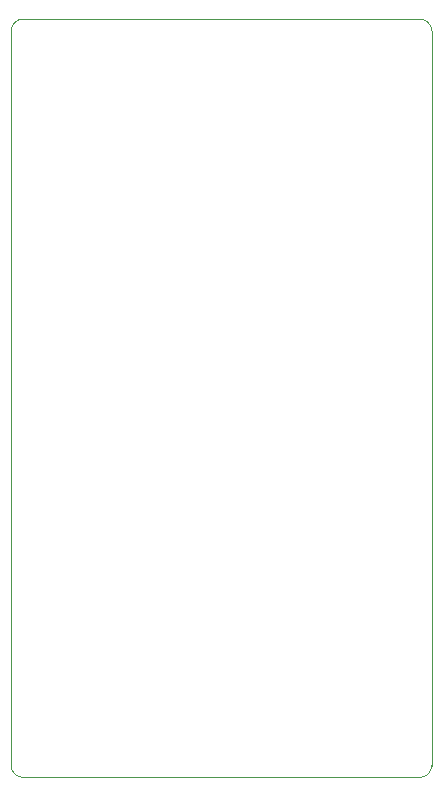
<source format=gbr>
G04 #@! TF.GenerationSoftware,KiCad,Pcbnew,(5.1.5-0-10_14)*
G04 #@! TF.CreationDate,2020-11-09T09:52:36+01:00*
G04 #@! TF.ProjectId,HB-RF-MOD,48422d52-462d-44d4-9f44-2e6b69636164,rev?*
G04 #@! TF.SameCoordinates,Original*
G04 #@! TF.FileFunction,Profile,NP*
%FSLAX46Y46*%
G04 Gerber Fmt 4.6, Leading zero omitted, Abs format (unit mm)*
G04 Created by KiCad (PCBNEW (5.1.5-0-10_14)) date 2020-11-09 09:52:36*
%MOMM*%
%LPD*%
G04 APERTURE LIST*
%ADD10C,0.100000*%
G04 APERTURE END LIST*
D10*
X22680000Y-16780000D02*
G75*
G02X23679987Y-15774949I999987J5051D01*
G01*
X23680000Y-79980000D02*
G75*
G02X22674949Y-78980013I-5051J999987D01*
G01*
X58279987Y-78974949D02*
G75*
G02X57280000Y-79980000I-999987J-5051D01*
G01*
X57280000Y-15780000D02*
G75*
G02X58285051Y-16779987I5051J-999987D01*
G01*
X58285051Y-16779987D02*
X58279987Y-78974949D01*
X23679987Y-15774949D02*
X57280000Y-15780000D01*
X22674949Y-78980013D02*
X22680000Y-16780000D01*
X57280000Y-79980000D02*
X23680000Y-79980000D01*
M02*

</source>
